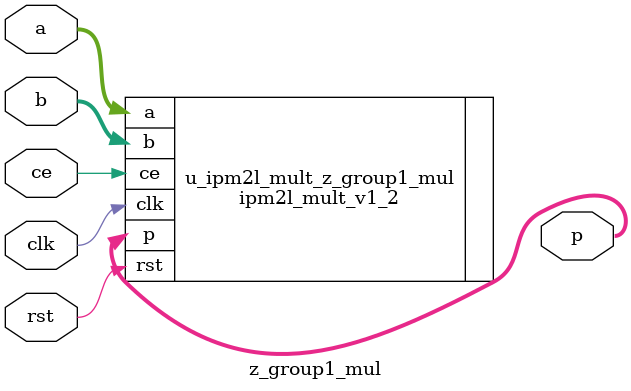
<source format=v>

`timescale 1ns/1ps
module z_group1_mul
( 
     ce  ,
     rst ,
     clk ,
     a   ,
     b   ,
     p
);



localparam ASIZE               = 33 ; //@IPC int 2,82

localparam BSIZE               = 47 ; //@IPC int 2,82

localparam A_SIGNED            = 0 ; //@IPC enum 0,1

localparam B_SIGNED            = 0 ; //@IPC enum 0,1

localparam ASYNC_RST           = 1 ; //@IPC enum 0,1

localparam OPTIMAL_TIMING      = 0 ; //@IPC enum 0,1

//tmp variable for ipc purpose 

localparam PIPE_STATUS         = 3 ; //@IPC enum 0,1,2,3,4,5

localparam ASYNC_RST_BOOL      = 1 ; //@IPC bool

localparam OPTIMAL_TIMING_BOOL = 0 ; //@IPC bool

localparam ADVANCED_BOOL       = 1 ; //@IPC bool

localparam XYREG               = 1 ; //@IPC bool

localparam MREG                = 1 ; //@IPC bool

localparam PREG                = 0 ; //@IPC bool

localparam INREG               = 0 ; //@IPC bool

localparam OUTREG              = 0 ; //@IPC bool

localparam CPO_REG             = 14'b00000000000010 ; //@IPC string

//end of tmp variable
localparam  GRS_EN       = "FALSE"         ;  

localparam  PSIZE = ASIZE + BSIZE          ;  

input                 ce  ;
input                 rst ;
input                 clk ;
input  [ASIZE-1:0]    a   ;
input  [BSIZE-1:0]    b   ;
output [PSIZE-1:0]    p   ;

ipm2l_mult_v1_2
#(  
    .ASIZE           ( ASIZE            ),
    .BSIZE           ( BSIZE            ),
    .OPTIMAL_TIMING  ( OPTIMAL_TIMING   ), 

    .ADVANCED_BOOL   ( ADVANCED_BOOL    ),

    .INREG_EN        ( INREG            ),    
    .PIPEREG_EN_1    ( XYREG            ),     
    .PIPEREG_EN_2    ( MREG             ),
    .PIPEREG_EN_3    ( PREG             ),
    .OUTREG_EN       ( OUTREG           ),
    .CPO_REG         ( {1'b0,CPO_REG}   ),
    .PIPE_STATUS     ( PIPE_STATUS      ),

    .GRS_EN          ( GRS_EN           ),  
    .A_SIGNED        ( A_SIGNED         ),     
    .B_SIGNED        ( B_SIGNED         ),     
    .ASYNC_RST       ( ASYNC_RST        )      
)u_ipm2l_mult_z_group1_mul
(
    .ce              ( ce     ),
    .rst             ( rst    ),
    .clk             ( clk    ),
    .a               ( a      ),
    .b               ( b      ),
    .p               ( p      )
);

endmodule

</source>
